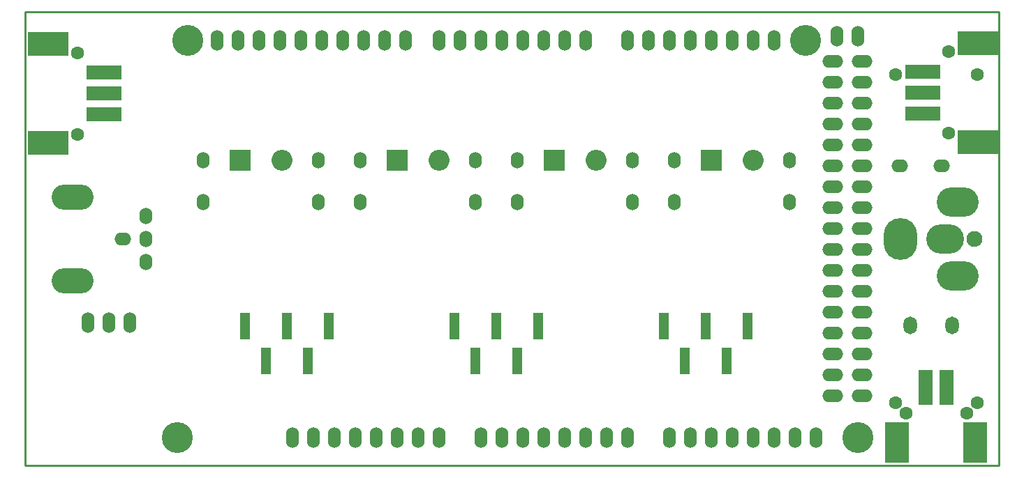
<source format=gts>
G04 #@! TF.FileFunction,Soldermask,Top*
%FSLAX46Y46*%
G04 Gerber Fmt 4.6, Leading zero omitted, Abs format (unit mm)*
G04 Created by KiCad (PCBNEW 0.201603210401+6634~43~ubuntu14.04.1-product) date Mon 11 Apr 2016 10:26:04 AM EDT*
%MOMM*%
G01*
G04 APERTURE LIST*
%ADD10C,0.100000*%
%ADD11C,0.228600*%
%ADD12O,1.524000X2.540000*%
%ADD13C,1.930400*%
%ADD14O,4.572000X3.556000*%
%ADD15O,4.064000X5.080000*%
%ADD16O,5.080000X3.556000*%
%ADD17O,5.080000X3.048000*%
%ADD18O,2.032000X1.524000*%
%ADD19O,1.524000X2.032000*%
%ADD20C,3.759200*%
%ADD21O,2.540000X1.524000*%
%ADD22O,1.651000X2.159000*%
%ADD23R,4.191000X1.778000*%
%ADD24C,1.600200*%
%ADD25R,5.029200X2.997200*%
%ADD26R,1.778000X4.191000*%
%ADD27R,2.997200X5.029200*%
%ADD28R,2.540000X2.540000*%
%ADD29O,2.540000X2.540000*%
%ADD30R,1.270000X3.175000*%
G04 APERTURE END LIST*
D10*
D11*
X211455000Y-75311000D02*
X93345000Y-75311000D01*
X211455000Y-130429000D02*
X211455000Y-75311000D01*
X93345000Y-130429000D02*
X211455000Y-130429000D01*
X93345000Y-75311000D02*
X93345000Y-130429000D01*
D12*
X103505000Y-113030000D03*
X100965000Y-113030000D03*
X106045000Y-113030000D03*
D13*
X208457800Y-102870000D03*
D14*
X204952600Y-102870000D03*
D15*
X199466200Y-102870000D03*
D16*
X206451200Y-98374200D03*
X206451200Y-107365800D03*
D17*
X99060000Y-107950000D03*
X99060000Y-97790000D03*
D18*
X105156000Y-102870000D03*
D19*
X107950000Y-102870000D03*
X107950000Y-100076000D03*
X107950000Y-105664000D03*
D20*
X111760000Y-127000000D03*
X113030000Y-78740000D03*
X194310000Y-127000000D03*
X187960000Y-78740000D03*
D12*
X125730000Y-127000000D03*
X128270000Y-127000000D03*
X130810000Y-127000000D03*
X133350000Y-127000000D03*
X135890000Y-127000000D03*
X138430000Y-127000000D03*
X140970000Y-127000000D03*
X143510000Y-127000000D03*
X148590000Y-127000000D03*
X151130000Y-127000000D03*
X153670000Y-127000000D03*
X156210000Y-127000000D03*
X158750000Y-127000000D03*
X161290000Y-127000000D03*
X163830000Y-127000000D03*
X166370000Y-127000000D03*
X171450000Y-127000000D03*
X173990000Y-127000000D03*
X176530000Y-127000000D03*
X179070000Y-127000000D03*
X181610000Y-127000000D03*
X184150000Y-127000000D03*
X186690000Y-127000000D03*
X189230000Y-127000000D03*
X116586000Y-78740000D03*
X119126000Y-78740000D03*
X121666000Y-78740000D03*
X124206000Y-78740000D03*
X126746000Y-78740000D03*
X129286000Y-78740000D03*
X131826000Y-78740000D03*
X134366000Y-78740000D03*
X136906000Y-78740000D03*
X139446000Y-78740000D03*
X143510000Y-78740000D03*
X161290000Y-78740000D03*
X158750000Y-78740000D03*
X156210000Y-78740000D03*
X153670000Y-78740000D03*
X151130000Y-78740000D03*
X148590000Y-78740000D03*
X146050000Y-78740000D03*
X166370000Y-78740000D03*
X168910000Y-78740000D03*
X171450000Y-78740000D03*
X173990000Y-78740000D03*
X176530000Y-78740000D03*
X179070000Y-78740000D03*
X181610000Y-78740000D03*
X184150000Y-78740000D03*
X191770000Y-78232000D03*
X194310000Y-78232000D03*
D21*
X191262000Y-81280000D03*
X194818000Y-81280000D03*
X191262000Y-83820000D03*
X194818000Y-83820000D03*
X191262000Y-86360000D03*
X194818000Y-86360000D03*
X191262000Y-88900000D03*
X194818000Y-88900000D03*
X191262000Y-91440000D03*
X194818000Y-91440000D03*
X191262000Y-93980000D03*
X194818000Y-93980000D03*
X191262000Y-96520000D03*
X194818000Y-96520000D03*
X191262000Y-99060000D03*
X194818000Y-99060000D03*
X191262000Y-101600000D03*
X194818000Y-101600000D03*
X191262000Y-104140000D03*
X194818000Y-104140000D03*
X191262000Y-106680000D03*
X194818000Y-106680000D03*
X191262000Y-109220000D03*
X194818000Y-109220000D03*
X191262000Y-111760000D03*
X194818000Y-111760000D03*
X191262000Y-114300000D03*
X194818000Y-114300000D03*
X191262000Y-116840000D03*
X194818000Y-116840000D03*
X191262000Y-119380000D03*
X194818000Y-119380000D03*
X191262000Y-121920000D03*
X194818000Y-121920000D03*
D22*
X200660000Y-113385600D03*
X205740000Y-113385600D03*
D23*
X102870000Y-87757000D03*
X102870000Y-85217000D03*
X102870000Y-82677000D03*
D24*
X99695000Y-90170000D03*
X99695000Y-80264000D03*
D25*
X96139000Y-91211400D03*
X96139000Y-79222600D03*
D24*
X208788000Y-82931000D03*
X198882000Y-82931000D03*
D23*
X202184000Y-82550000D03*
X202184000Y-85090000D03*
X202184000Y-87630000D03*
D24*
X205359000Y-80137000D03*
X205359000Y-90043000D03*
D25*
X208915000Y-79095600D03*
X208915000Y-91084400D03*
D24*
X198882000Y-122809000D03*
X208788000Y-122809000D03*
D26*
X205105000Y-120904000D03*
X202565000Y-120904000D03*
D24*
X207518000Y-124079000D03*
X200152000Y-124079000D03*
D27*
X208559400Y-127635000D03*
X199110600Y-127635000D03*
D19*
X147955000Y-93345000D03*
X147955000Y-98425000D03*
X133985000Y-93345000D03*
X133985000Y-98425000D03*
X128905000Y-93345000D03*
X128905000Y-98425000D03*
X114935000Y-93345000D03*
X114935000Y-98425000D03*
D18*
X199390000Y-93980000D03*
X204470000Y-93980000D03*
D19*
X153035000Y-93345000D03*
X153035000Y-98425000D03*
X167005000Y-93345000D03*
X167005000Y-98425000D03*
X172085000Y-93345000D03*
X172085000Y-98425000D03*
X186055000Y-93345000D03*
X186055000Y-98425000D03*
D28*
X176530000Y-93345000D03*
D29*
X181610000Y-93345000D03*
D28*
X157480000Y-93345000D03*
D29*
X162560000Y-93345000D03*
D28*
X119380000Y-93345000D03*
D29*
X124460000Y-93345000D03*
D28*
X138430000Y-93345000D03*
D29*
X143510000Y-93345000D03*
D30*
X127635000Y-117665500D03*
X130175000Y-113474500D03*
X125095000Y-113474500D03*
X122555000Y-117665500D03*
X120015000Y-113474500D03*
X153035000Y-117665500D03*
X155575000Y-113474500D03*
X150495000Y-113474500D03*
X147955000Y-117665500D03*
X145415000Y-113474500D03*
X178435000Y-117665500D03*
X180975000Y-113474500D03*
X175895000Y-113474500D03*
X173355000Y-117665500D03*
X170815000Y-113474500D03*
M02*

</source>
